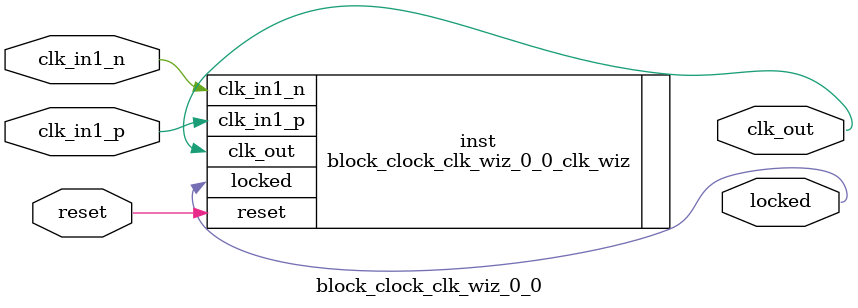
<source format=v>


`timescale 1ps/1ps

(* CORE_GENERATION_INFO = "block_clock_clk_wiz_0_0,clk_wiz_v6_0_13_0_0,{component_name=block_clock_clk_wiz_0_0,use_phase_alignment=true,use_min_o_jitter=false,use_max_i_jitter=false,use_dyn_phase_shift=false,use_inclk_switchover=false,use_dyn_reconfig=false,enable_axi=0,feedback_source=FDBK_AUTO,PRIMITIVE=MMCM,num_out_clk=1,clkin1_period=5.000,clkin2_period=10.0,use_power_down=false,use_reset=true,use_locked=true,use_inclk_stopped=false,feedback_type=SINGLE,CLOCK_MGR_TYPE=NA,manual_override=false}" *)

module block_clock_clk_wiz_0_0 
 (
  // Clock out ports
  output        clk_out,
  // Status and control signals
  input         reset,
  output        locked,
 // Clock in ports
  input         clk_in1_p,
  input         clk_in1_n
 );

  block_clock_clk_wiz_0_0_clk_wiz inst
  (
  // Clock out ports  
  .clk_out(clk_out),
  // Status and control signals               
  .reset(reset), 
  .locked(locked),
 // Clock in ports
  .clk_in1_p(clk_in1_p),
  .clk_in1_n(clk_in1_n)
  );

endmodule

</source>
